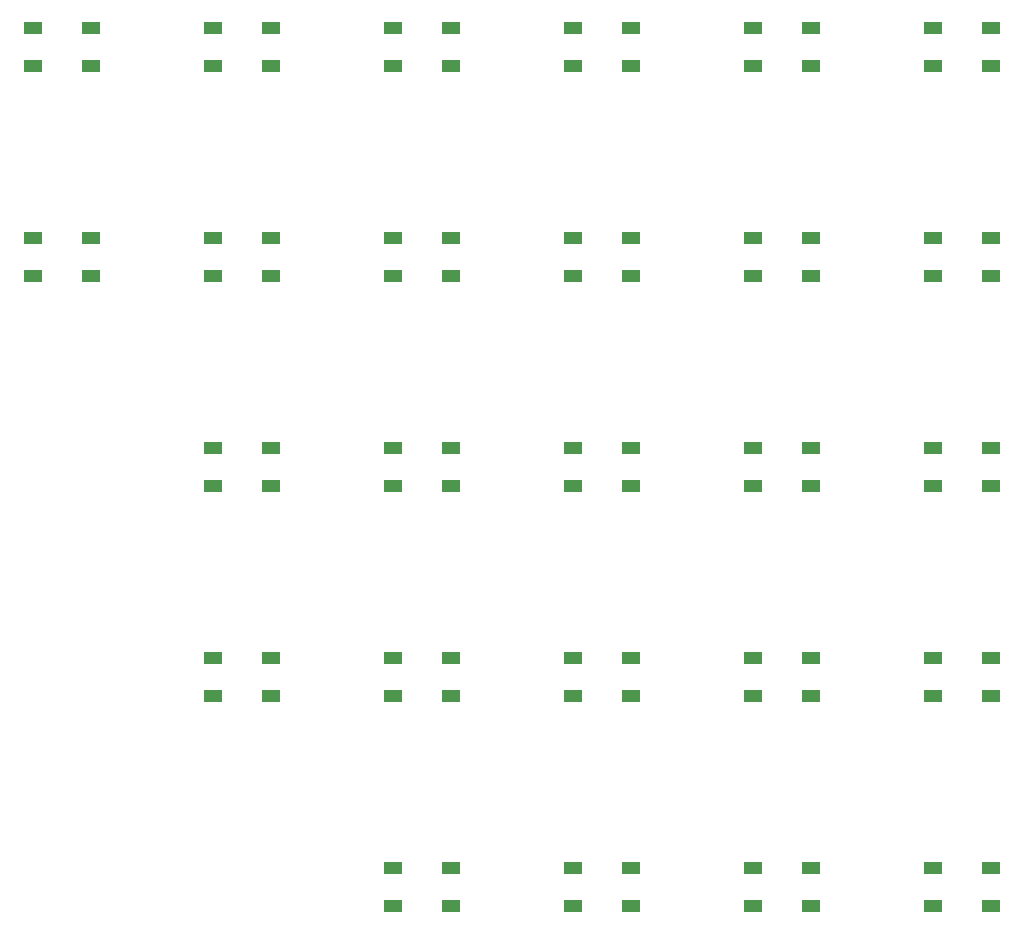
<source format=gtp>
%TF.GenerationSoftware,KiCad,Pcbnew,5.1.10*%
%TF.CreationDate,2021-10-31T13:45:51+01:00*%
%TF.ProjectId,binaryclock,62696e61-7279-4636-9c6f-636b2e6b6963,rev?*%
%TF.SameCoordinates,Original*%
%TF.FileFunction,Paste,Top*%
%TF.FilePolarity,Positive*%
%FSLAX46Y46*%
G04 Gerber Fmt 4.6, Leading zero omitted, Abs format (unit mm)*
G04 Created by KiCad (PCBNEW 5.1.10) date 2021-10-31 13:45:51*
%MOMM*%
%LPD*%
G01*
G04 APERTURE LIST*
%ADD10R,1.500000X1.000000*%
G04 APERTURE END LIST*
D10*
%TO.C,D2*%
X162650000Y-51740000D03*
X162650000Y-54940000D03*
X167550000Y-51740000D03*
X167550000Y-54940000D03*
%TD*%
%TO.C,D3*%
X152310000Y-54940000D03*
X152310000Y-51740000D03*
X147410000Y-54940000D03*
X147410000Y-51740000D03*
%TD*%
%TO.C,D4*%
X137070000Y-54940000D03*
X137070000Y-51740000D03*
X132170000Y-54940000D03*
X132170000Y-51740000D03*
%TD*%
%TO.C,D5*%
X116930000Y-51740000D03*
X116930000Y-54940000D03*
X121830000Y-51740000D03*
X121830000Y-54940000D03*
%TD*%
%TO.C,D6*%
X101690000Y-51740000D03*
X101690000Y-54940000D03*
X106590000Y-51740000D03*
X106590000Y-54940000D03*
%TD*%
%TO.C,D7*%
X91350000Y-54940000D03*
X91350000Y-51740000D03*
X86450000Y-54940000D03*
X86450000Y-51740000D03*
%TD*%
%TO.C,D8*%
X162650000Y-69520000D03*
X162650000Y-72720000D03*
X167550000Y-69520000D03*
X167550000Y-72720000D03*
%TD*%
%TO.C,D9*%
X147410000Y-69520000D03*
X147410000Y-72720000D03*
X152310000Y-69520000D03*
X152310000Y-72720000D03*
%TD*%
%TO.C,D10*%
X137070000Y-72720000D03*
X137070000Y-69520000D03*
X132170000Y-72720000D03*
X132170000Y-69520000D03*
%TD*%
%TO.C,D11*%
X116930000Y-69520000D03*
X116930000Y-72720000D03*
X121830000Y-69520000D03*
X121830000Y-72720000D03*
%TD*%
%TO.C,D12*%
X106590000Y-72720000D03*
X106590000Y-69520000D03*
X101690000Y-72720000D03*
X101690000Y-69520000D03*
%TD*%
%TO.C,D13*%
X86450000Y-69520000D03*
X86450000Y-72720000D03*
X91350000Y-69520000D03*
X91350000Y-72720000D03*
%TD*%
%TO.C,D14*%
X167550000Y-90500000D03*
X167550000Y-87300000D03*
X162650000Y-90500000D03*
X162650000Y-87300000D03*
%TD*%
%TO.C,D15*%
X147410000Y-87300000D03*
X147410000Y-90500000D03*
X152310000Y-87300000D03*
X152310000Y-90500000D03*
%TD*%
%TO.C,D16*%
X137070000Y-90500000D03*
X137070000Y-87300000D03*
X132170000Y-90500000D03*
X132170000Y-87300000D03*
%TD*%
%TO.C,D17*%
X121830000Y-90500000D03*
X121830000Y-87300000D03*
X116930000Y-90500000D03*
X116930000Y-87300000D03*
%TD*%
%TO.C,D18*%
X106590000Y-90500000D03*
X106590000Y-87300000D03*
X101690000Y-90500000D03*
X101690000Y-87300000D03*
%TD*%
%TO.C,D19*%
X162650000Y-105080000D03*
X162650000Y-108280000D03*
X167550000Y-105080000D03*
X167550000Y-108280000D03*
%TD*%
%TO.C,D20*%
X152310000Y-108280000D03*
X152310000Y-105080000D03*
X147410000Y-108280000D03*
X147410000Y-105080000D03*
%TD*%
%TO.C,D21*%
X132170000Y-105080000D03*
X132170000Y-108280000D03*
X137070000Y-105080000D03*
X137070000Y-108280000D03*
%TD*%
%TO.C,D22*%
X121830000Y-108280000D03*
X121830000Y-105080000D03*
X116930000Y-108280000D03*
X116930000Y-105080000D03*
%TD*%
%TO.C,D23*%
X101690000Y-105080000D03*
X101690000Y-108280000D03*
X106590000Y-105080000D03*
X106590000Y-108280000D03*
%TD*%
%TO.C,D24*%
X162650000Y-122860000D03*
X162650000Y-126060000D03*
X167550000Y-122860000D03*
X167550000Y-126060000D03*
%TD*%
%TO.C,D25*%
X152310000Y-126060000D03*
X152310000Y-122860000D03*
X147410000Y-126060000D03*
X147410000Y-122860000D03*
%TD*%
%TO.C,D26*%
X137070000Y-126060000D03*
X137070000Y-122860000D03*
X132170000Y-126060000D03*
X132170000Y-122860000D03*
%TD*%
%TO.C,D27*%
X116930000Y-122860000D03*
X116930000Y-126060000D03*
X121830000Y-122860000D03*
X121830000Y-126060000D03*
%TD*%
M02*

</source>
